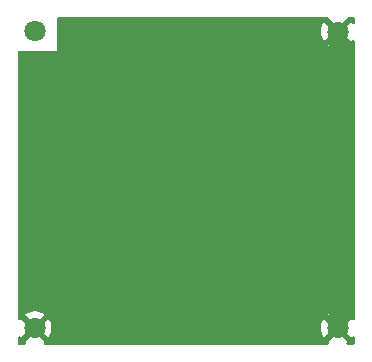
<source format=gbr>
%TF.GenerationSoftware,KiCad,Pcbnew,(6.0.4)*%
%TF.CreationDate,2022-05-21T11:19:22+01:00*%
%TF.ProjectId,Saft 40LF220 - Rev B,53616674-2034-4304-9c46-323230202d20,rev?*%
%TF.SameCoordinates,Original*%
%TF.FileFunction,Copper,L2,Bot*%
%TF.FilePolarity,Positive*%
%FSLAX46Y46*%
G04 Gerber Fmt 4.6, Leading zero omitted, Abs format (unit mm)*
G04 Created by KiCad (PCBNEW (6.0.4)) date 2022-05-21 11:19:22*
%MOMM*%
%LPD*%
G01*
G04 APERTURE LIST*
%TA.AperFunction,ComponentPad*%
%ADD10C,1.800000*%
%TD*%
%TA.AperFunction,Conductor*%
%ADD11C,1.500000*%
%TD*%
G04 APERTURE END LIST*
D10*
%TO.P,-,1,Pin_1*%
%TO.N,GND*%
X147300000Y-53700000D03*
%TD*%
%TO.P,-,1,Pin_1*%
%TO.N,GND*%
X147300000Y-78800000D03*
%TD*%
%TO.P,+,1,Pin_1*%
%TO.N,+3V0*%
X121650000Y-53650000D03*
%TD*%
%TO.P,-,1,Pin_1*%
%TO.N,GND*%
X121650000Y-78800000D03*
%TD*%
D11*
%TO.N,GND*%
X147300000Y-78800000D02*
X147300000Y-53700000D01*
%TD*%
%TA.AperFunction,Conductor*%
%TO.N,GND*%
G36*
X146453964Y-52478502D02*
G01*
X146496388Y-52524037D01*
X146512251Y-52553040D01*
X147287189Y-53327979D01*
X147301132Y-53335592D01*
X147302966Y-53335461D01*
X147309580Y-53331210D01*
X148088993Y-52551796D01*
X148104109Y-52524114D01*
X148154311Y-52473912D01*
X148214696Y-52458500D01*
X148615500Y-52458500D01*
X148683621Y-52478502D01*
X148730114Y-52532158D01*
X148741500Y-52584500D01*
X148741500Y-52909177D01*
X148721498Y-52977298D01*
X148667842Y-53023791D01*
X148597568Y-53033895D01*
X148532988Y-53004401D01*
X148509708Y-52977616D01*
X148469225Y-52915039D01*
X148458538Y-52905835D01*
X148448973Y-52910238D01*
X147672021Y-53687189D01*
X147664408Y-53701132D01*
X147664539Y-53702966D01*
X147668790Y-53709580D01*
X148446307Y-54487096D01*
X148458313Y-54493652D01*
X148470052Y-54484684D01*
X148511028Y-54427659D01*
X148512129Y-54428450D01*
X148559720Y-54384627D01*
X148629657Y-54372406D01*
X148695099Y-54399935D01*
X148735269Y-54458475D01*
X148741500Y-54497608D01*
X148741500Y-78009177D01*
X148721498Y-78077298D01*
X148667842Y-78123791D01*
X148597568Y-78133895D01*
X148532988Y-78104401D01*
X148509708Y-78077616D01*
X148469225Y-78015039D01*
X148458538Y-78005835D01*
X148448973Y-78010238D01*
X147672021Y-78787189D01*
X147664408Y-78801132D01*
X147664539Y-78802966D01*
X147668790Y-78809580D01*
X148446307Y-79587096D01*
X148458313Y-79593652D01*
X148470052Y-79584684D01*
X148511028Y-79527659D01*
X148512129Y-79528450D01*
X148559720Y-79484627D01*
X148629657Y-79472406D01*
X148695099Y-79499935D01*
X148735269Y-79558475D01*
X148741500Y-79597608D01*
X148741500Y-80065500D01*
X148721498Y-80133621D01*
X148667842Y-80180114D01*
X148615500Y-80191500D01*
X148167591Y-80191500D01*
X148099470Y-80171498D01*
X148052977Y-80117842D01*
X148042873Y-80047568D01*
X148072367Y-79982988D01*
X148080058Y-79975990D01*
X148093497Y-79958874D01*
X148086510Y-79945721D01*
X147312811Y-79172021D01*
X147298868Y-79164408D01*
X147297034Y-79164539D01*
X147290420Y-79168790D01*
X146510180Y-79949031D01*
X146503423Y-79961406D01*
X146522730Y-79987197D01*
X146519942Y-79989284D01*
X146541436Y-80014831D01*
X146550516Y-80085245D01*
X146520087Y-80149389D01*
X146459808Y-80186900D01*
X146426073Y-80191500D01*
X122517591Y-80191500D01*
X122449470Y-80171498D01*
X122402977Y-80117842D01*
X122392873Y-80047568D01*
X122422367Y-79982988D01*
X122430058Y-79975990D01*
X122443497Y-79958874D01*
X122436510Y-79945721D01*
X121662811Y-79172021D01*
X121648868Y-79164408D01*
X121647034Y-79164539D01*
X121640420Y-79168790D01*
X120860180Y-79949031D01*
X120853423Y-79961406D01*
X120872730Y-79987197D01*
X120869942Y-79989284D01*
X120891436Y-80014831D01*
X120900516Y-80085245D01*
X120870087Y-80149389D01*
X120809808Y-80186900D01*
X120776073Y-80191500D01*
X120334500Y-80191500D01*
X120266379Y-80171498D01*
X120219886Y-80117842D01*
X120208500Y-80065500D01*
X120208500Y-79589337D01*
X120228502Y-79521216D01*
X120282158Y-79474723D01*
X120352432Y-79464619D01*
X120417012Y-79494113D01*
X120441933Y-79523503D01*
X120480097Y-79585781D01*
X120490553Y-79595242D01*
X120499331Y-79591458D01*
X121277979Y-78812811D01*
X121284356Y-78801132D01*
X122014408Y-78801132D01*
X122014539Y-78802966D01*
X122018790Y-78809580D01*
X122796307Y-79587096D01*
X122808313Y-79593652D01*
X122820052Y-79584684D01*
X122858010Y-79531859D01*
X122863321Y-79523020D01*
X122961318Y-79324737D01*
X122965117Y-79315142D01*
X123029415Y-79103517D01*
X123031594Y-79093436D01*
X123060702Y-78872338D01*
X123061221Y-78865663D01*
X123062744Y-78803364D01*
X123062550Y-78796646D01*
X123060412Y-78770638D01*
X145887893Y-78770638D01*
X145900627Y-78991468D01*
X145902061Y-79001670D01*
X145950685Y-79217439D01*
X145953773Y-79227292D01*
X146036986Y-79432220D01*
X146041634Y-79441421D01*
X146130097Y-79585781D01*
X146140553Y-79595242D01*
X146149331Y-79591458D01*
X146927979Y-78812811D01*
X146935592Y-78798868D01*
X146935461Y-78797034D01*
X146931210Y-78790420D01*
X146153862Y-78013073D01*
X146142330Y-78006776D01*
X146130048Y-78016399D01*
X146074467Y-78097877D01*
X146069379Y-78106833D01*
X145976252Y-78307459D01*
X145972689Y-78317146D01*
X145913581Y-78530280D01*
X145911650Y-78540400D01*
X145888145Y-78760349D01*
X145887893Y-78770638D01*
X123060412Y-78770638D01*
X123044279Y-78574400D01*
X123042596Y-78564238D01*
X122988710Y-78349708D01*
X122985389Y-78339953D01*
X122897193Y-78137118D01*
X122892315Y-78128020D01*
X122819224Y-78015038D01*
X122808538Y-78005835D01*
X122798973Y-78010238D01*
X122022021Y-78787189D01*
X122014408Y-78801132D01*
X121284356Y-78801132D01*
X121285592Y-78798868D01*
X121285461Y-78797034D01*
X121281210Y-78790420D01*
X120503862Y-78013073D01*
X120492330Y-78006776D01*
X120480047Y-78016400D01*
X120438588Y-78077176D01*
X120383677Y-78122179D01*
X120313152Y-78130350D01*
X120249405Y-78099096D01*
X120212675Y-78038339D01*
X120208500Y-78006172D01*
X120208500Y-77640711D01*
X120855508Y-77640711D01*
X120862251Y-77653040D01*
X121637189Y-78427979D01*
X121651132Y-78435592D01*
X121652966Y-78435461D01*
X121659580Y-78431210D01*
X122438994Y-77651795D01*
X122445046Y-77640711D01*
X146505508Y-77640711D01*
X146512251Y-77653040D01*
X147287189Y-78427979D01*
X147301132Y-78435592D01*
X147302966Y-78435461D01*
X147309580Y-78431210D01*
X148088994Y-77651795D01*
X148096011Y-77638944D01*
X148088237Y-77628274D01*
X148085902Y-77626430D01*
X148077320Y-77620729D01*
X147883678Y-77513833D01*
X147874272Y-77509606D01*
X147665772Y-77435772D01*
X147655809Y-77433140D01*
X147438047Y-77394350D01*
X147427796Y-77393381D01*
X147206616Y-77390679D01*
X147196332Y-77391399D01*
X146977693Y-77424855D01*
X146967666Y-77427244D01*
X146757426Y-77495961D01*
X146747916Y-77499958D01*
X146551725Y-77602089D01*
X146543007Y-77607578D01*
X146513961Y-77629386D01*
X146505508Y-77640711D01*
X122445046Y-77640711D01*
X122446011Y-77638944D01*
X122438237Y-77628274D01*
X122435902Y-77626430D01*
X122427320Y-77620729D01*
X122233678Y-77513833D01*
X122224272Y-77509606D01*
X122015772Y-77435772D01*
X122005809Y-77433140D01*
X121788047Y-77394350D01*
X121777796Y-77393381D01*
X121556616Y-77390679D01*
X121546332Y-77391399D01*
X121327693Y-77424855D01*
X121317666Y-77427244D01*
X121107426Y-77495961D01*
X121097916Y-77499958D01*
X120901725Y-77602089D01*
X120893007Y-77607578D01*
X120863961Y-77629386D01*
X120855508Y-77640711D01*
X120208500Y-77640711D01*
X120208500Y-55426000D01*
X120228502Y-55357879D01*
X120282158Y-55311386D01*
X120334500Y-55300000D01*
X123550000Y-55300000D01*
X123550000Y-54861406D01*
X146503423Y-54861406D01*
X146508704Y-54868461D01*
X146685080Y-54971527D01*
X146694363Y-54975974D01*
X146901003Y-55054883D01*
X146910901Y-55057759D01*
X147127653Y-55101857D01*
X147137883Y-55103076D01*
X147358914Y-55111182D01*
X147369223Y-55110714D01*
X147588623Y-55082608D01*
X147598688Y-55080468D01*
X147810557Y-55016905D01*
X147820152Y-55013144D01*
X148018778Y-54915838D01*
X148027636Y-54910559D01*
X148085097Y-54869572D01*
X148093497Y-54858874D01*
X148086510Y-54845721D01*
X147312811Y-54072021D01*
X147298868Y-54064408D01*
X147297034Y-54064539D01*
X147290420Y-54068790D01*
X146510180Y-54849031D01*
X146503423Y-54861406D01*
X123550000Y-54861406D01*
X123550000Y-53670638D01*
X145887893Y-53670638D01*
X145900627Y-53891468D01*
X145902061Y-53901670D01*
X145950685Y-54117439D01*
X145953773Y-54127292D01*
X146036986Y-54332220D01*
X146041634Y-54341421D01*
X146130097Y-54485781D01*
X146140553Y-54495242D01*
X146149331Y-54491458D01*
X146927979Y-53712811D01*
X146935592Y-53698868D01*
X146935461Y-53697034D01*
X146931210Y-53690420D01*
X146153862Y-52913073D01*
X146142330Y-52906776D01*
X146130048Y-52916399D01*
X146074467Y-52997877D01*
X146069379Y-53006833D01*
X145976252Y-53207459D01*
X145972689Y-53217146D01*
X145913581Y-53430280D01*
X145911650Y-53440400D01*
X145888145Y-53660349D01*
X145887893Y-53670638D01*
X123550000Y-53670638D01*
X123550000Y-52584500D01*
X123570002Y-52516379D01*
X123623658Y-52469886D01*
X123676000Y-52458500D01*
X146385843Y-52458500D01*
X146453964Y-52478502D01*
G37*
%TD.AperFunction*%
%TD*%
M02*

</source>
